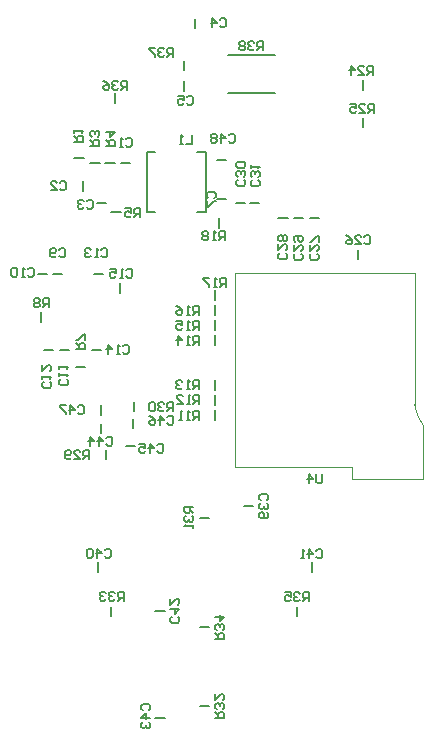
<source format=gbo>
G04*
G04 #@! TF.GenerationSoftware,Altium Limited,Altium Designer,21.3.2 (30)*
G04*
G04 Layer_Color=32896*
%FSTAX24Y24*%
%MOIN*%
G70*
G04*
G04 #@! TF.SameCoordinates,17C352DC-52FB-4B9E-A555-A73132B06FB7*
G04*
G04*
G04 #@! TF.FilePolarity,Positive*
G04*
G01*
G75*
%ADD14C,0.0079*%
%ADD15C,0.0060*%
%ADD116C,0.0039*%
D14*
X045143Y03839D02*
X046717D01*
X045143Y03713D02*
X046717D01*
X044783Y034896D02*
X045097D01*
X044109Y035144D02*
X044109Y035144D01*
X044404D01*
X044404Y035144D02*
X044404Y035144D01*
X044404Y033176D02*
Y035144D01*
X044109Y033176D02*
X044404D01*
X042436Y035144D02*
X042731D01*
X042436Y035144D02*
X042436Y035144D01*
X042436Y033176D02*
Y035144D01*
Y033176D02*
X042436Y033176D01*
X042731D01*
X043694Y037883D02*
Y038197D01*
X044854Y032633D02*
Y032947D01*
X044783Y033594D02*
X045097D01*
X044726Y028736D02*
Y029051D01*
X045883Y033476D02*
X046197D01*
X045413D02*
X045727D01*
X043686Y037203D02*
Y037517D01*
X040773Y033454D02*
X041087D01*
X041263Y033146D02*
X041577D01*
X041066Y034785D02*
X041381D01*
X047934Y021173D02*
Y021487D01*
X042733Y016304D02*
X043047D01*
X042733Y01987D02*
X043047D01*
X040824Y021173D02*
Y021487D01*
X045683Y023346D02*
X045997D01*
X044726Y02724D02*
Y027555D01*
Y029235D02*
Y02955D01*
Y030233D02*
Y030547D01*
Y029734D02*
Y030049D01*
X040924Y026403D02*
Y026717D01*
Y025793D02*
Y026107D01*
X041743Y025344D02*
X042057D01*
X041996Y025953D02*
Y026267D01*
X039013Y028576D02*
X039327D01*
X039547D02*
X039862D01*
X040073Y028006D02*
X040387D01*
X040615Y028576D02*
X04093D01*
X038926Y029497D02*
Y029812D01*
X038813Y031096D02*
X039127D01*
X039313D02*
X039627D01*
X040683D02*
X040997D01*
X041564Y030473D02*
Y030787D01*
X040308Y033869D02*
Y034184D01*
X040023Y034964D02*
X040337D01*
X040563Y034785D02*
X040877D01*
X041583D02*
X041897D01*
X044054Y039293D02*
Y039607D01*
X046823Y032944D02*
X047137D01*
X047348D02*
X047662D01*
X047873D02*
X048187D01*
X049476Y031583D02*
Y031897D01*
X044726Y026243D02*
Y026557D01*
Y026741D02*
Y027056D01*
X044208Y022964D02*
X044523D01*
X044208Y019314D02*
X044523D01*
X041074Y024923D02*
Y025237D01*
X042004Y026513D02*
Y026827D01*
X047446Y019693D02*
Y020007D01*
X041266Y019693D02*
Y020007D01*
X044208Y016704D02*
X044523D01*
X049654Y035993D02*
Y036307D01*
Y037243D02*
Y037557D01*
X041386Y036803D02*
Y037117D01*
D15*
X0483Y02442D02*
Y02417D01*
X04825Y02412D01*
X04815D01*
X0481Y02417D01*
Y02442D01*
X04785Y02412D02*
Y02442D01*
X048Y02427D01*
X0478D01*
X04378Y03698D02*
X04383Y03703D01*
X04393D01*
X04398Y03698D01*
Y03678D01*
X04393Y03673D01*
X04383D01*
X04378Y03678D01*
X04348Y03703D02*
X04368D01*
Y03688D01*
X04358Y03693D01*
X04353D01*
X04348Y03688D01*
Y03678D01*
X04353Y03673D01*
X04363D01*
X04368Y03678D01*
X04632Y03855D02*
Y03885D01*
X04617D01*
X04612Y0388D01*
Y0387D01*
X04617Y03865D01*
X04632D01*
X04622D02*
X04612Y03855D01*
X04602Y0388D02*
X04597Y03885D01*
X04587D01*
X04582Y0388D01*
Y03875D01*
X04587Y0387D01*
X04592D01*
X04587D01*
X04582Y03865D01*
Y0386D01*
X04587Y03855D01*
X04597D01*
X04602Y0386D01*
X04572Y0388D02*
X04567Y03885D01*
X04557D01*
X04552Y0388D01*
Y03875D01*
X04557Y0387D01*
X04552Y03865D01*
Y0386D01*
X04557Y03855D01*
X04567D01*
X04572Y0386D01*
Y03865D01*
X04567Y0387D01*
X04572Y03875D01*
Y0388D01*
X04567Y0387D02*
X04557D01*
X04333Y03833D02*
Y03863D01*
X04318D01*
X04313Y03858D01*
Y03848D01*
X04318Y03843D01*
X04333D01*
X04323D02*
X04313Y03833D01*
X04303Y03858D02*
X04298Y03863D01*
X04288D01*
X04283Y03858D01*
Y03853D01*
X04288Y03848D01*
X04293D01*
X04288D01*
X04283Y03843D01*
Y03838D01*
X04288Y03833D01*
X04298D01*
X04303Y03838D01*
X04273Y03863D02*
X04253D01*
Y03858D01*
X04273Y03838D01*
Y03833D01*
X04395Y03571D02*
Y03541D01*
X04375D01*
X04365D02*
X04355D01*
X0436D01*
Y03571D01*
X04365Y03566D01*
X04517Y03572D02*
X04522Y03577D01*
X04532D01*
X04537Y03572D01*
Y03552D01*
X04532Y03547D01*
X04522D01*
X04517Y03552D01*
X04492Y03547D02*
Y03577D01*
X04507Y03562D01*
X04487D01*
X04477Y03572D02*
X04472Y03577D01*
X04462D01*
X04457Y03572D01*
Y03567D01*
X04462Y03562D01*
X04457Y03557D01*
Y03552D01*
X04462Y03547D01*
X04472D01*
X04477Y03552D01*
Y03557D01*
X04472Y03562D01*
X04477Y03567D01*
Y03572D01*
X04472Y03562D02*
X04462D01*
X04784Y02018D02*
Y02048D01*
X04769D01*
X04764Y02043D01*
Y02033D01*
X04769Y02028D01*
X04784D01*
X04774D02*
X04764Y02018D01*
X04754Y02043D02*
X04749Y02048D01*
X04739D01*
X04734Y02043D01*
Y02038D01*
X04739Y02033D01*
X04744D01*
X04739D01*
X04734Y02028D01*
Y02023D01*
X04739Y02018D01*
X04749D01*
X04754Y02023D01*
X04704Y02048D02*
X04724D01*
Y02033D01*
X04714Y02038D01*
X04709D01*
X04704Y02033D01*
Y02023D01*
X04709Y02018D01*
X04719D01*
X04724Y02023D01*
X04472Y01891D02*
X04502D01*
Y01906D01*
X04497Y01911D01*
X04487D01*
X04482Y01906D01*
Y01891D01*
Y01901D02*
X04472Y01911D01*
X04497Y01921D02*
X04502Y01926D01*
Y01936D01*
X04497Y01941D01*
X04492D01*
X04487Y01936D01*
Y01931D01*
Y01936D01*
X04482Y01941D01*
X04477D01*
X04472Y01936D01*
Y01926D01*
X04477Y01921D01*
X04472Y01966D02*
X04502D01*
X04487Y01951D01*
Y01971D01*
X04167Y0202D02*
Y0205D01*
X04152D01*
X04147Y02045D01*
Y02035D01*
X04152Y0203D01*
X04167D01*
X04157D02*
X04147Y0202D01*
X04137Y02045D02*
X04132Y0205D01*
X04122D01*
X04117Y02045D01*
Y0204D01*
X04122Y02035D01*
X04127D01*
X04122D01*
X04117Y0203D01*
Y02025D01*
X04122Y0202D01*
X04132D01*
X04137Y02025D01*
X04107Y02045D02*
X04102Y0205D01*
X04092D01*
X04087Y02045D01*
Y0204D01*
X04092Y02035D01*
X04097D01*
X04092D01*
X04087Y0203D01*
Y02025D01*
X04092Y0202D01*
X04102D01*
X04107Y02025D01*
X04473Y01628D02*
X04503D01*
Y01643D01*
X04498Y01648D01*
X04488D01*
X04483Y01643D01*
Y01628D01*
Y01638D02*
X04473Y01648D01*
X04498Y01658D02*
X04503Y01663D01*
Y01673D01*
X04498Y01678D01*
X04493D01*
X04488Y01673D01*
Y01668D01*
Y01673D01*
X04483Y01678D01*
X04478D01*
X04473Y01673D01*
Y01663D01*
X04478Y01658D01*
X04473Y01708D02*
Y01688D01*
X04493Y01708D01*
X04498D01*
X04503Y01703D01*
Y01693D01*
X04498Y01688D01*
X044Y02333D02*
X0437D01*
Y02318D01*
X04375Y02313D01*
X04385D01*
X0439Y02318D01*
Y02333D01*
Y02323D02*
X044Y02313D01*
X04375Y02303D02*
X0437Y02298D01*
Y02288D01*
X04375Y02283D01*
X0438D01*
X04385Y02288D01*
Y02293D01*
Y02288D01*
X0439Y02283D01*
X04395D01*
X044Y02288D01*
Y02298D01*
X04395Y02303D01*
X044Y02273D02*
Y02263D01*
Y02268D01*
X0437D01*
X04375Y02273D01*
X04332Y02651D02*
Y02681D01*
X04317D01*
X04312Y02676D01*
Y02666D01*
X04317Y02661D01*
X04332D01*
X04322D02*
X04312Y02651D01*
X04302Y02676D02*
X04297Y02681D01*
X04287D01*
X04282Y02676D01*
Y02671D01*
X04287Y02666D01*
X04292D01*
X04287D01*
X04282Y02661D01*
Y02656D01*
X04287Y02651D01*
X04297D01*
X04302Y02656D01*
X04272Y02676D02*
X04267Y02681D01*
X04257D01*
X04252Y02676D01*
Y02656D01*
X04257Y02651D01*
X04267D01*
X04272Y02656D01*
Y02676D01*
X04053Y02492D02*
Y02522D01*
X04038D01*
X04033Y02517D01*
Y02507D01*
X04038Y02502D01*
X04053D01*
X04043D02*
X04033Y02492D01*
X04003D02*
X04023D01*
X04003Y02512D01*
Y02517D01*
X04008Y02522D01*
X04018D01*
X04023Y02517D01*
X03993Y02497D02*
X03988Y02492D01*
X03978D01*
X03973Y02497D01*
Y02517D01*
X03978Y02522D01*
X03988D01*
X03993Y02517D01*
Y02512D01*
X03988Y02507D01*
X03973D01*
X05002Y03647D02*
Y03677D01*
X04987D01*
X04982Y03672D01*
Y03662D01*
X04987Y03657D01*
X05002D01*
X04992D02*
X04982Y03647D01*
X04952D02*
X04972D01*
X04952Y03667D01*
Y03672D01*
X04957Y03677D01*
X04967D01*
X04972Y03672D01*
X04922Y03677D02*
X04942D01*
Y03662D01*
X04932Y03667D01*
X04927D01*
X04922Y03662D01*
Y03652D01*
X04927Y03647D01*
X04937D01*
X04942Y03652D01*
X05Y03773D02*
Y03803D01*
X04985D01*
X0498Y03798D01*
Y03788D01*
X04985Y03783D01*
X05D01*
X0499D02*
X0498Y03773D01*
X0495D02*
X0497D01*
X0495Y03793D01*
Y03798D01*
X04955Y03803D01*
X04965D01*
X0497Y03798D01*
X04925Y03773D02*
Y03803D01*
X0494Y03788D01*
X0492D01*
X045075Y03067D02*
Y03097D01*
X044925D01*
X044875Y03092D01*
Y03082D01*
X044925Y03077D01*
X045075D01*
X044975D02*
X044875Y03067D01*
X044775D02*
X044675D01*
X044725D01*
Y03097D01*
X044775Y03092D01*
X044525Y03097D02*
X044325D01*
Y03092D01*
X044525Y03072D01*
Y03067D01*
X044175Y02973D02*
Y03003D01*
X044025D01*
X043975Y02998D01*
Y02988D01*
X044025Y02983D01*
X044175D01*
X044075D02*
X043975Y02973D01*
X043875D02*
X043775D01*
X043825D01*
Y03003D01*
X043875Y02998D01*
X043425Y03003D02*
X043525Y02998D01*
X043625Y02988D01*
Y02978D01*
X043575Y02973D01*
X043475D01*
X043425Y02978D01*
Y02983D01*
X043475Y02988D01*
X043625D01*
X044175Y02923D02*
Y02953D01*
X044025D01*
X043975Y02948D01*
Y02938D01*
X044025Y02933D01*
X044175D01*
X044075D02*
X043975Y02923D01*
X043875D02*
X043775D01*
X043825D01*
Y02953D01*
X043875Y02948D01*
X043425Y02953D02*
X043625D01*
Y02938D01*
X043525Y02943D01*
X043475D01*
X043425Y02938D01*
Y02928D01*
X043475Y02923D01*
X043575D01*
X043625Y02928D01*
X044175Y02874D02*
Y02904D01*
X044025D01*
X043975Y02899D01*
Y02889D01*
X044025Y02884D01*
X044175D01*
X044075D02*
X043975Y02874D01*
X043875D02*
X043775D01*
X043825D01*
Y02904D01*
X043875Y02899D01*
X043475Y02874D02*
Y02904D01*
X043625Y02889D01*
X043425D01*
X044175Y02725D02*
Y02755D01*
X044025D01*
X043975Y0275D01*
Y0274D01*
X044025Y02735D01*
X044175D01*
X044075D02*
X043975Y02725D01*
X043875D02*
X043775D01*
X043825D01*
Y02755D01*
X043875Y0275D01*
X043625D02*
X043575Y02755D01*
X043475D01*
X043425Y0275D01*
Y02745D01*
X043475Y0274D01*
X043525D01*
X043475D01*
X043425Y02735D01*
Y0273D01*
X043475Y02725D01*
X043575D01*
X043625Y0273D01*
X044185Y02676D02*
Y02706D01*
X044035D01*
X043985Y02701D01*
Y02691D01*
X044035Y02686D01*
X044185D01*
X044085D02*
X043985Y02676D01*
X043885D02*
X043785D01*
X043835D01*
Y02706D01*
X043885Y02701D01*
X043435Y02676D02*
X043635D01*
X043435Y02696D01*
Y02701D01*
X043485Y02706D01*
X043585D01*
X043635Y02701D01*
X044175Y02624D02*
Y02654D01*
X044025D01*
X043975Y02649D01*
Y02639D01*
X044025Y02634D01*
X044175D01*
X044075D02*
X043975Y02624D01*
X043875D02*
X043775D01*
X043825D01*
Y02654D01*
X043875Y02649D01*
X043625Y02624D02*
X043525D01*
X043575D01*
Y02654D01*
X043625Y02649D01*
X04014Y02666D02*
X04019Y02671D01*
X04029D01*
X04034Y02666D01*
Y02646D01*
X04029Y02641D01*
X04019D01*
X04014Y02646D01*
X03989Y02641D02*
Y02671D01*
X04004Y02656D01*
X03984D01*
X03974Y02671D02*
X03954D01*
Y02666D01*
X03974Y02646D01*
Y02641D01*
X04313Y02632D02*
X04318Y02637D01*
X04328D01*
X04333Y02632D01*
Y02612D01*
X04328Y02607D01*
X04318D01*
X04313Y02612D01*
X04288Y02607D02*
Y02637D01*
X04303Y02622D01*
X04283D01*
X04253Y02637D02*
X04263Y02632D01*
X04273Y02622D01*
Y02612D01*
X04268Y02607D01*
X04258D01*
X04253Y02612D01*
Y02617D01*
X04258Y02622D01*
X04273D01*
X0428Y02539D02*
X04285Y02544D01*
X04295D01*
X043Y02539D01*
Y02519D01*
X04295Y02514D01*
X04285D01*
X0428Y02519D01*
X04255Y02514D02*
Y02544D01*
X0427Y02529D01*
X0425D01*
X0422Y02544D02*
X0424D01*
Y02529D01*
X0423Y02534D01*
X04225D01*
X0422Y02529D01*
Y02519D01*
X04225Y02514D01*
X04235D01*
X0424Y02519D01*
X04109Y02562D02*
X04114Y02567D01*
X04124D01*
X04129Y02562D01*
Y02542D01*
X04124Y02537D01*
X04114D01*
X04109Y02542D01*
X04084Y02537D02*
Y02567D01*
X04099Y02552D01*
X04079D01*
X04054Y02537D02*
Y02567D01*
X04069Y02552D01*
X04049D01*
X04231Y01655D02*
X04226Y0166D01*
Y0167D01*
X04231Y01675D01*
X04251D01*
X04256Y0167D01*
Y0166D01*
X04251Y01655D01*
X04256Y0163D02*
X04226D01*
X04241Y01645D01*
Y01625D01*
X04231Y01615D02*
X04226Y0161D01*
Y016D01*
X04231Y01595D01*
X04236D01*
X04241Y016D01*
Y01605D01*
Y016D01*
X04246Y01595D01*
X04251D01*
X04256Y016D01*
Y0161D01*
X04251Y01615D01*
X04348Y01967D02*
X04353Y01962D01*
Y01952D01*
X04348Y01947D01*
X04328D01*
X04323Y01952D01*
Y01962D01*
X04328Y01967D01*
X04323Y01992D02*
X04353D01*
X04338Y01977D01*
Y01997D01*
X04323Y02027D02*
Y02007D01*
X04343Y02027D01*
X04348D01*
X04353Y02022D01*
Y02012D01*
X04348Y02007D01*
X04809Y02186D02*
X04814Y02191D01*
X04824D01*
X04829Y02186D01*
Y02166D01*
X04824Y02161D01*
X04814D01*
X04809Y02166D01*
X04784Y02161D02*
Y02191D01*
X04799Y02176D01*
X04779D01*
X04769Y02161D02*
X04759D01*
X04764D01*
Y02191D01*
X04769Y02186D01*
X04104Y02189D02*
X04109Y02194D01*
X04119D01*
X04124Y02189D01*
Y02169D01*
X04119Y02164D01*
X04109D01*
X04104Y02169D01*
X04079Y02164D02*
Y02194D01*
X04094Y02179D01*
X04074D01*
X04064Y02189D02*
X04059Y02194D01*
X04049D01*
X04044Y02189D01*
Y02169D01*
X04049Y02164D01*
X04059D01*
X04064Y02169D01*
Y02189D01*
X04624Y02355D02*
X04619Y0236D01*
Y0237D01*
X04624Y02375D01*
X04644D01*
X04649Y0237D01*
Y0236D01*
X04644Y02355D01*
X04624Y02345D02*
X04619Y0234D01*
Y0233D01*
X04624Y02325D01*
X04629D01*
X04634Y0233D01*
Y02335D01*
Y0233D01*
X04639Y02325D01*
X04644D01*
X04649Y0233D01*
Y0234D01*
X04644Y02345D01*
Y02315D02*
X04649Y0231D01*
Y023D01*
X04644Y02295D01*
X04624D01*
X04619Y023D01*
Y0231D01*
X04624Y02315D01*
X04629D01*
X04634Y0231D01*
Y02295D01*
X0476Y03177D02*
X04765Y03172D01*
Y03162D01*
X0476Y03157D01*
X0474D01*
X04735Y03162D01*
Y03172D01*
X0474Y03177D01*
X04735Y03207D02*
Y03187D01*
X04755Y03207D01*
X0476D01*
X04765Y03202D01*
Y03192D01*
X0476Y03187D01*
X0474Y03217D02*
X04735Y03222D01*
Y03232D01*
X0474Y03237D01*
X0476D01*
X04765Y03232D01*
Y03222D01*
X0476Y03217D01*
X04755D01*
X0475Y03222D01*
Y03237D01*
X04707Y03179D02*
X04712Y03174D01*
Y03164D01*
X04707Y03159D01*
X04687D01*
X04682Y03164D01*
Y03174D01*
X04687Y03179D01*
X04682Y03209D02*
Y03189D01*
X04702Y03209D01*
X04707D01*
X04712Y03204D01*
Y03194D01*
X04707Y03189D01*
Y03219D02*
X04712Y03224D01*
Y03234D01*
X04707Y03239D01*
X04702D01*
X04697Y03234D01*
X04692Y03239D01*
X04687D01*
X04682Y03234D01*
Y03224D01*
X04687Y03219D01*
X04692D01*
X04697Y03224D01*
X04702Y03219D01*
X04707D01*
X04697Y03224D02*
Y03234D01*
X04813Y03177D02*
X04818Y03172D01*
Y03162D01*
X04813Y03157D01*
X04793D01*
X04788Y03162D01*
Y03172D01*
X04793Y03177D01*
X04788Y03207D02*
Y03187D01*
X04808Y03207D01*
X04813D01*
X04818Y03202D01*
Y03192D01*
X04813Y03187D01*
X04818Y03217D02*
Y03237D01*
X04813D01*
X04793Y03217D01*
X04788D01*
X04969Y03233D02*
X04974Y03238D01*
X04984D01*
X04989Y03233D01*
Y03213D01*
X04984Y03208D01*
X04974D01*
X04969Y03213D01*
X04939Y03208D02*
X04959D01*
X04939Y03228D01*
Y03233D01*
X04944Y03238D01*
X04954D01*
X04959Y03233D01*
X04909Y03238D02*
X04919Y03233D01*
X04929Y03223D01*
Y03213D01*
X04924Y03208D01*
X04914D01*
X04909Y03213D01*
Y03218D01*
X04914Y03223D01*
X04929D01*
X0418Y03724D02*
Y03754D01*
X04165D01*
X0416Y03749D01*
Y03739D01*
X04165Y03734D01*
X0418D01*
X0417D02*
X0416Y03724D01*
X0415Y03749D02*
X04145Y03754D01*
X04135D01*
X0413Y03749D01*
Y03744D01*
X04135Y03739D01*
X0414D01*
X04135D01*
X0413Y03734D01*
Y03729D01*
X04135Y03724D01*
X04145D01*
X0415Y03729D01*
X041Y03754D02*
X0411Y03749D01*
X0412Y03739D01*
Y03729D01*
X04115Y03724D01*
X04105D01*
X041Y03729D01*
Y03734D01*
X04105Y03739D01*
X0412D01*
X045045Y03221D02*
Y03251D01*
X044895D01*
X044845Y03246D01*
Y03236D01*
X044895Y03231D01*
X045045D01*
X044945D02*
X044845Y03221D01*
X044745D02*
X044645D01*
X044695D01*
Y03251D01*
X044745Y03246D01*
X044495D02*
X044445Y03251D01*
X044345D01*
X044295Y03246D01*
Y03241D01*
X044345Y03236D01*
X044295Y03231D01*
Y03226D01*
X044345Y03221D01*
X044445D01*
X044495Y03226D01*
Y03231D01*
X044445Y03236D01*
X044495Y03241D01*
Y03246D01*
X044445Y03236D02*
X044345D01*
X03918Y02999D02*
Y03029D01*
X03903D01*
X03898Y03024D01*
Y03014D01*
X03903Y03009D01*
X03918D01*
X03908D02*
X03898Y02999D01*
X03888Y03024D02*
X03883Y03029D01*
X03873D01*
X03868Y03024D01*
Y03019D01*
X03873Y03014D01*
X03868Y03009D01*
Y03004D01*
X03873Y02999D01*
X03883D01*
X03888Y03004D01*
Y03009D01*
X03883Y03014D01*
X03888Y03019D01*
Y03024D01*
X03883Y03014D02*
X03873D01*
X0401Y02858D02*
X0404D01*
Y02873D01*
X04035Y02878D01*
X04025D01*
X0402Y02873D01*
Y02858D01*
Y02868D02*
X0401Y02878D01*
X0404Y02888D02*
Y02908D01*
X04035D01*
X04015Y02888D01*
X0401D01*
X04223Y03299D02*
Y03329D01*
X04208D01*
X04203Y03324D01*
Y03314D01*
X04208Y03309D01*
X04223D01*
X04213D02*
X04203Y03299D01*
X04173Y03329D02*
X04193D01*
Y03314D01*
X04183Y03319D01*
X04178D01*
X04173Y03314D01*
Y03304D01*
X04178Y03299D01*
X04188D01*
X04193Y03304D01*
X04108Y03537D02*
X04138D01*
Y03552D01*
X04133Y03557D01*
X04123D01*
X04118Y03552D01*
Y03537D01*
Y03547D02*
X04108Y03557D01*
Y03582D02*
X04138D01*
X04123Y03567D01*
Y03587D01*
X04056Y03537D02*
X04086D01*
Y03552D01*
X04081Y03557D01*
X04071D01*
X04066Y03552D01*
Y03537D01*
Y03547D02*
X04056Y03557D01*
X04081Y03567D02*
X04086Y03572D01*
Y03582D01*
X04081Y03587D01*
X04076D01*
X04071Y03582D01*
Y03577D01*
Y03582D01*
X04066Y03587D01*
X04061D01*
X04056Y03582D01*
Y03572D01*
X04061Y03567D01*
X04003Y0355D02*
X04033D01*
Y03565D01*
X04028Y0357D01*
X04018D01*
X04013Y03565D01*
Y0355D01*
Y0356D02*
X04003Y0357D01*
Y0358D02*
Y0359D01*
Y03585D01*
X04033D01*
X04028Y0358D01*
X04616Y03422D02*
X04621Y03417D01*
Y03407D01*
X04616Y03402D01*
X04596D01*
X04591Y03407D01*
Y03417D01*
X04596Y03422D01*
X04616Y03432D02*
X04621Y03437D01*
Y03447D01*
X04616Y03452D01*
X04611D01*
X04606Y03447D01*
Y03442D01*
Y03447D01*
X04601Y03452D01*
X04596D01*
X04591Y03447D01*
Y03437D01*
X04596Y03432D01*
X04591Y03462D02*
Y03472D01*
Y03467D01*
X04621D01*
X04616Y03462D01*
X04567Y03423D02*
X04572Y03418D01*
Y03408D01*
X04567Y03403D01*
X04547D01*
X04542Y03408D01*
Y03418D01*
X04547Y03423D01*
X04567Y03433D02*
X04572Y03438D01*
Y03448D01*
X04567Y03453D01*
X04562D01*
X04557Y03448D01*
Y03443D01*
Y03448D01*
X04552Y03453D01*
X04547D01*
X04542Y03448D01*
Y03438D01*
X04547Y03433D01*
X04567Y03463D02*
X04572Y03468D01*
Y03478D01*
X04567Y03483D01*
X04547D01*
X04542Y03478D01*
Y03468D01*
X04547Y03463D01*
X04567D01*
X041765Y03121D02*
X041815Y03126D01*
X041915D01*
X041965Y03121D01*
Y03101D01*
X041915Y03096D01*
X041815D01*
X041765Y03101D01*
X041665Y03096D02*
X041565D01*
X041615D01*
Y03126D01*
X041665Y03121D01*
X041215Y03126D02*
X041415D01*
Y03111D01*
X041315Y03116D01*
X041265D01*
X041215Y03111D01*
Y03101D01*
X041265Y03096D01*
X041365D01*
X041415Y03101D01*
X041635Y02868D02*
X041685Y02873D01*
X041785D01*
X041835Y02868D01*
Y02848D01*
X041785Y02843D01*
X041685D01*
X041635Y02848D01*
X041535Y02843D02*
X041435D01*
X041485D01*
Y02873D01*
X041535Y02868D01*
X041135Y02843D02*
Y02873D01*
X041285Y02858D01*
X041085D01*
X040925Y0319D02*
X040975Y03195D01*
X041075D01*
X041125Y0319D01*
Y0317D01*
X041075Y03165D01*
X040975D01*
X040925Y0317D01*
X040825Y03165D02*
X040725D01*
X040775D01*
Y03195D01*
X040825Y0319D01*
X040575D02*
X040525Y03195D01*
X040425D01*
X040375Y0319D01*
Y03185D01*
X040425Y0318D01*
X040475D01*
X040425D01*
X040375Y03175D01*
Y0317D01*
X040425Y03165D01*
X040525D01*
X040575Y0317D01*
X03921Y027505D02*
X03926Y027455D01*
Y027355D01*
X03921Y027305D01*
X03901D01*
X03896Y027355D01*
Y027455D01*
X03901Y027505D01*
X03896Y027605D02*
Y027705D01*
Y027655D01*
X03926D01*
X03921Y027605D01*
X03896Y028055D02*
Y027855D01*
X03916Y028055D01*
X03921D01*
X03926Y028005D01*
Y027905D01*
X03921Y027855D01*
X03978Y027585D02*
X03983Y027535D01*
Y027435D01*
X03978Y027385D01*
X03958D01*
X03953Y027435D01*
Y027535D01*
X03958Y027585D01*
X03953Y027685D02*
Y027785D01*
Y027735D01*
X03983D01*
X03978Y027685D01*
X03953Y027935D02*
Y028035D01*
Y027985D01*
X03983D01*
X03978Y027935D01*
X038475Y03125D02*
X038525Y0313D01*
X038625D01*
X038675Y03125D01*
Y03105D01*
X038625Y031D01*
X038525D01*
X038475Y03105D01*
X038375Y031D02*
X038275D01*
X038325D01*
Y0313D01*
X038375Y03125D01*
X038125D02*
X038075Y0313D01*
X037975D01*
X037925Y03125D01*
Y03105D01*
X037975Y031D01*
X038075D01*
X038125Y03105D01*
Y03125D01*
X03953Y0319D02*
X03958Y03195D01*
X03968D01*
X03973Y0319D01*
Y0317D01*
X03968Y03165D01*
X03958D01*
X03953Y0317D01*
X03943D02*
X03938Y03165D01*
X03928D01*
X03923Y0317D01*
Y0319D01*
X03928Y03195D01*
X03938D01*
X03943Y0319D01*
Y03185D01*
X03938Y0318D01*
X03923D01*
X0445Y03361D02*
X04445Y03366D01*
Y03376D01*
X0445Y03381D01*
X0447D01*
X04475Y03376D01*
Y03366D01*
X0447Y03361D01*
X04445Y03351D02*
Y03331D01*
X0445D01*
X0447Y03351D01*
X04475D01*
X04488Y03956D02*
X04493Y03961D01*
X04503D01*
X04508Y03956D01*
Y03936D01*
X04503Y03931D01*
X04493D01*
X04488Y03936D01*
X04463Y03931D02*
Y03961D01*
X04478Y03946D01*
X04458D01*
X04044Y03352D02*
X04049Y03357D01*
X04059D01*
X04064Y03352D01*
Y03332D01*
X04059Y03327D01*
X04049D01*
X04044Y03332D01*
X04034Y03352D02*
X04029Y03357D01*
X04019D01*
X04014Y03352D01*
Y03347D01*
X04019Y03342D01*
X04024D01*
X04019D01*
X04014Y03337D01*
Y03332D01*
X04019Y03327D01*
X04029D01*
X04034Y03332D01*
X03955Y03413D02*
X0396Y03418D01*
X0397D01*
X03975Y03413D01*
Y03393D01*
X0397Y03388D01*
X0396D01*
X03955Y03393D01*
X03925Y03388D02*
X03945D01*
X03925Y03408D01*
Y03413D01*
X0393Y03418D01*
X0394D01*
X03945Y03413D01*
X04175Y03558D02*
X0418Y03563D01*
X0419D01*
X04195Y03558D01*
Y03538D01*
X0419Y03533D01*
X0418D01*
X04175Y03538D01*
X04165Y03533D02*
X04155D01*
X0416D01*
Y03563D01*
X04165Y03558D01*
D116*
X051369Y026736D02*
G03*
X051645Y026067I001582J00026D01*
G01*
X045386Y031126D02*
X051369D01*
X045386Y024676D02*
Y031126D01*
Y024676D02*
X049286D01*
Y024276D02*
Y024676D01*
Y024276D02*
X051645D01*
Y026067D01*
X051369Y026736D02*
Y031126D01*
M02*

</source>
